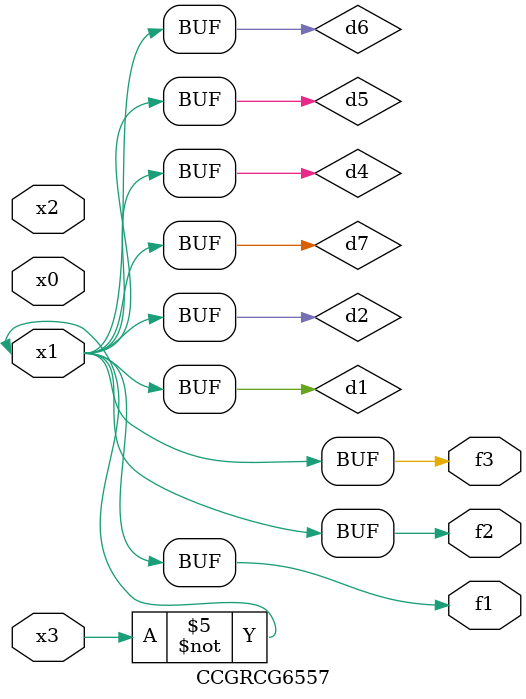
<source format=v>
module CCGRCG6557(
	input x0, x1, x2, x3,
	output f1, f2, f3
);

	wire d1, d2, d3, d4, d5, d6, d7;

	not (d1, x3);
	buf (d2, x1);
	xnor (d3, d1, d2);
	nor (d4, d1);
	buf (d5, d1, d2);
	buf (d6, d4, d5);
	nand (d7, d4);
	assign f1 = d6;
	assign f2 = d7;
	assign f3 = d6;
endmodule

</source>
